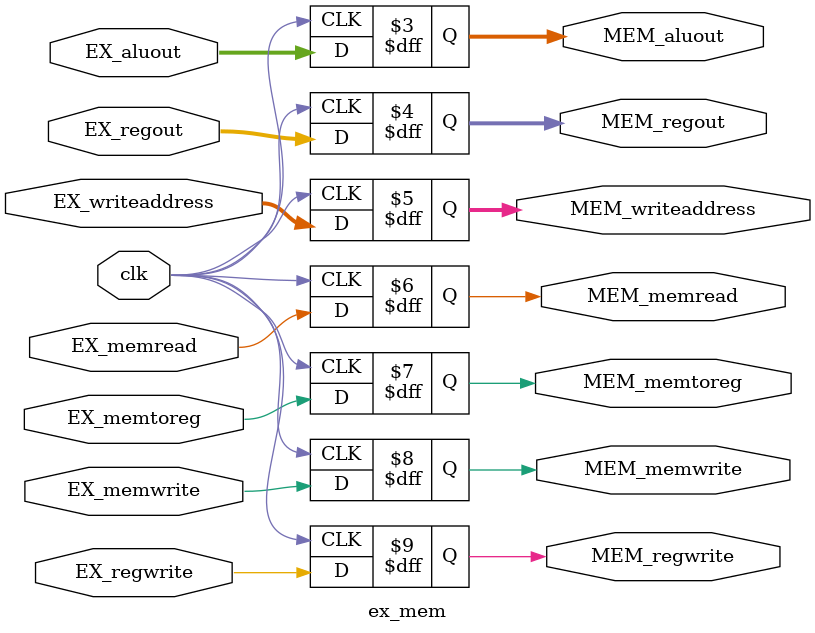
<source format=v>
module ex_mem(clk,      
              EX_aluout, EX_regout,
              EX_writeaddress,
              EX_memread, EX_memtoreg, EX_memwrite, EX_regwrite,
              MEM_aluout, MEM_regout, 
              MEM_writeaddress,
              MEM_memread, MEM_memtoreg, MEM_memwrite, MEM_regwrite);

    input clk;
    input [31:0] EX_aluout, EX_regout;
    input [4:0] EX_writeaddress;
    input EX_memread, EX_memtoreg, EX_memwrite, EX_regwrite;

//    output clk;
    output [31:0] MEM_aluout, MEM_regout;
    output [4:0] MEM_writeaddress;
    output MEM_memread, MEM_memtoreg, MEM_memwrite, MEM_regwrite;

//    reg clk;
    reg [31:0] MEM_aluout, MEM_regout;
    reg [4:0] MEM_writeaddress;
    reg MEM_memread, MEM_memtoreg, MEM_memwrite, MEM_regwrite;

    initial begin
      MEM_aluout <= 32'b0;
      MEM_regout <= 32'b0;
      MEM_writeaddress <= 5'b0;
      MEM_memread <= 1'b0;
      MEM_memtoreg <= 1'b0;
      MEM_memwrite <= 1'b0;
      MEM_regwrite <= 1'b0;
    end

    always @ (posedge clk) begin
      MEM_aluout <= EX_aluout;
      MEM_regout <= EX_regout;
      MEM_writeaddress <= EX_writeaddress;
      MEM_memread <= EX_memread;
      MEM_memtoreg <= EX_memtoreg;
      MEM_memwrite <= EX_memwrite;
      MEM_regwrite <= EX_regwrite;
    end
endmodule
</source>
